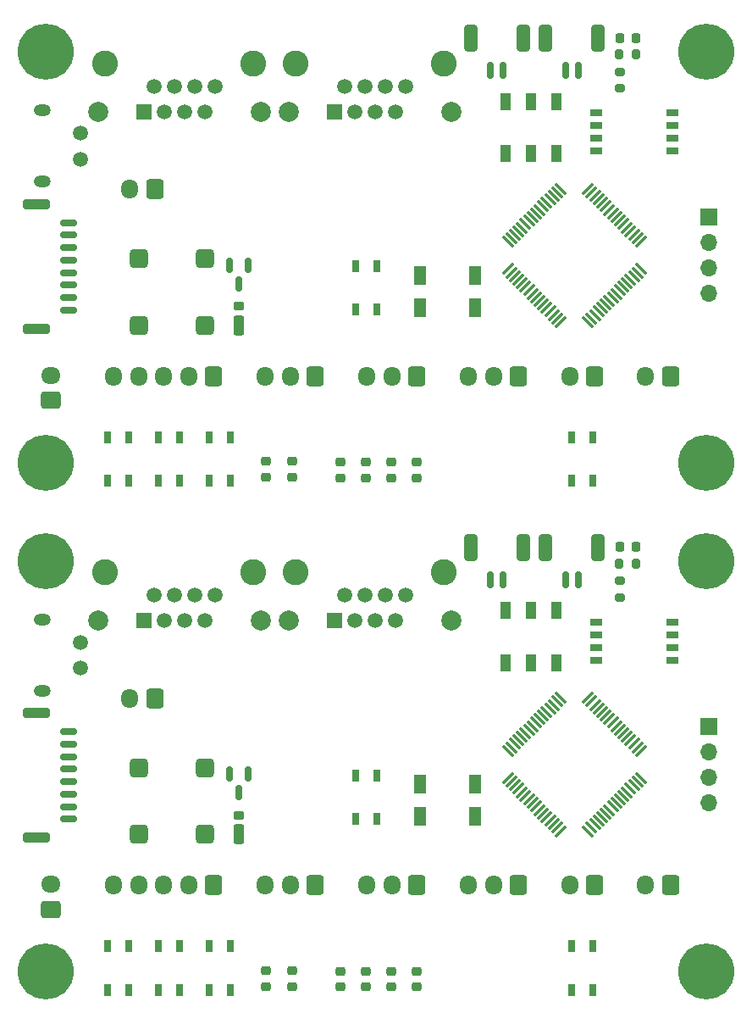
<source format=gbr>
%TF.GenerationSoftware,KiCad,Pcbnew,7.0.8*%
%TF.CreationDate,2024-02-13T15:10:35+09:00*%
%TF.ProjectId,446_CAN_Robomaster_newpanelize,3434365f-4341-44e5-9f52-6f626f6d6173,rev?*%
%TF.SameCoordinates,Original*%
%TF.FileFunction,Soldermask,Top*%
%TF.FilePolarity,Negative*%
%FSLAX46Y46*%
G04 Gerber Fmt 4.6, Leading zero omitted, Abs format (unit mm)*
G04 Created by KiCad (PCBNEW 7.0.8) date 2024-02-13 15:10:35*
%MOMM*%
%LPD*%
G01*
G04 APERTURE LIST*
G04 Aperture macros list*
%AMRoundRect*
0 Rectangle with rounded corners*
0 $1 Rounding radius*
0 $2 $3 $4 $5 $6 $7 $8 $9 X,Y pos of 4 corners*
0 Add a 4 corners polygon primitive as box body*
4,1,4,$2,$3,$4,$5,$6,$7,$8,$9,$2,$3,0*
0 Add four circle primitives for the rounded corners*
1,1,$1+$1,$2,$3*
1,1,$1+$1,$4,$5*
1,1,$1+$1,$6,$7*
1,1,$1+$1,$8,$9*
0 Add four rect primitives between the rounded corners*
20,1,$1+$1,$2,$3,$4,$5,0*
20,1,$1+$1,$4,$5,$6,$7,0*
20,1,$1+$1,$6,$7,$8,$9,0*
20,1,$1+$1,$8,$9,$2,$3,0*%
G04 Aperture macros list end*
%ADD10C,1.500000*%
%ADD11O,1.700000X1.200000*%
%ADD12R,0.650000X1.244000*%
%ADD13RoundRect,0.218750X0.256250X-0.218750X0.256250X0.218750X-0.256250X0.218750X-0.256250X-0.218750X0*%
%ADD14RoundRect,0.250000X0.600000X0.725000X-0.600000X0.725000X-0.600000X-0.725000X0.600000X-0.725000X0*%
%ADD15O,1.700000X1.950000*%
%ADD16RoundRect,0.250000X-0.300000X0.750000X-0.300000X-0.750000X0.300000X-0.750000X0.300000X0.750000X0*%
%ADD17RoundRect,0.200000X-0.350000X0.200000X-0.350000X-0.200000X0.350000X-0.200000X0.350000X0.200000X0*%
%ADD18R,1.700000X1.700000*%
%ADD19O,1.700000X1.700000*%
%ADD20C,5.600000*%
%ADD21RoundRect,0.150000X0.150000X0.700000X-0.150000X0.700000X-0.150000X-0.700000X0.150000X-0.700000X0*%
%ADD22RoundRect,0.331750X0.331750X1.018250X-0.331750X1.018250X-0.331750X-1.018250X0.331750X-1.018250X0*%
%ADD23RoundRect,0.200000X-0.275000X0.200000X-0.275000X-0.200000X0.275000X-0.200000X0.275000X0.200000X0*%
%ADD24RoundRect,0.150000X-0.150000X0.587500X-0.150000X-0.587500X0.150000X-0.587500X0.150000X0.587500X0*%
%ADD25RoundRect,0.200000X-0.200000X-0.275000X0.200000X-0.275000X0.200000X0.275000X-0.200000X0.275000X0*%
%ADD26RoundRect,0.250000X0.725000X-0.600000X0.725000X0.600000X-0.725000X0.600000X-0.725000X-0.600000X0*%
%ADD27O,1.950000X1.700000*%
%ADD28RoundRect,0.150000X-0.700000X0.150000X-0.700000X-0.150000X0.700000X-0.150000X0.700000X0.150000X0*%
%ADD29RoundRect,0.250000X-1.100000X0.250000X-1.100000X-0.250000X1.100000X-0.250000X1.100000X0.250000X0*%
%ADD30C,2.000000*%
%ADD31C,2.600000*%
%ADD32R,1.500000X1.500000*%
%ADD33RoundRect,0.475000X0.475000X0.475000X-0.475000X0.475000X-0.475000X-0.475000X0.475000X-0.475000X0*%
%ADD34R,1.008000X1.651000*%
%ADD35R,1.270000X0.760000*%
%ADD36R,1.300000X1.900000*%
%ADD37RoundRect,0.075000X-0.441942X-0.548008X0.548008X0.441942X0.441942X0.548008X-0.548008X-0.441942X0*%
%ADD38RoundRect,0.075000X0.441942X-0.548008X0.548008X-0.441942X-0.441942X0.548008X-0.548008X0.441942X0*%
%ADD39RoundRect,0.218750X0.218750X0.256250X-0.218750X0.256250X-0.218750X-0.256250X0.218750X-0.256250X0*%
G04 APERTURE END LIST*
D10*
%TO.C,U2*%
X6604000Y-11273000D03*
X6604000Y-13873000D03*
D11*
X2804000Y-9023000D03*
X2804000Y-16123000D03*
%TD*%
D12*
%TO.C,SW2*%
X36254000Y-75416000D03*
X36254000Y-79760000D03*
X34104000Y-75416000D03*
X34104000Y-79760000D03*
%TD*%
D13*
%TO.C,D1*%
X32639000Y-96570000D03*
X32639000Y-94995000D03*
%TD*%
%TO.C,D4*%
X37719000Y-45720000D03*
X37719000Y-44145000D03*
%TD*%
D14*
%TO.C,J16*%
X50419000Y-86410000D03*
D15*
X47919000Y-86410000D03*
X45419000Y-86410000D03*
%TD*%
D12*
%TO.C,SW6*%
X9339000Y-96837000D03*
X9339000Y-92493000D03*
X11489000Y-96837000D03*
X11489000Y-92493000D03*
%TD*%
D16*
%TO.C,D7*%
X22479000Y-30480000D03*
D17*
X22479000Y-28580000D03*
%TD*%
D18*
%TO.C,J15*%
X69469000Y-70535000D03*
D19*
X69469000Y-73075000D03*
X69469000Y-75615000D03*
X69469000Y-78155000D03*
%TD*%
D20*
%TO.C,H1*%
X3175000Y-54025000D03*
%TD*%
D21*
%TO.C,J9*%
X48885000Y-5025000D03*
X47635000Y-5025000D03*
D22*
X50898500Y-1825000D03*
X45621500Y-1825000D03*
%TD*%
D12*
%TO.C,SW5*%
X14419000Y-96837000D03*
X14419000Y-92493000D03*
X16569000Y-96837000D03*
X16569000Y-92493000D03*
%TD*%
D23*
%TO.C,R5*%
X60579000Y-5144000D03*
X60579000Y-6794000D03*
%TD*%
D20*
%TO.C,H1*%
X3175000Y-3175000D03*
%TD*%
D14*
%TO.C,J14*%
X65639000Y-86410000D03*
D15*
X63139000Y-86410000D03*
%TD*%
D21*
%TO.C,J8*%
X56378000Y-55875000D03*
X55128000Y-55875000D03*
D22*
X58391500Y-52675000D03*
X53114500Y-52675000D03*
%TD*%
D24*
%TO.C,Q1*%
X23429000Y-24462500D03*
X21529000Y-24462500D03*
X22479000Y-26337500D03*
%TD*%
D16*
%TO.C,D7*%
X22479000Y-81330000D03*
D17*
X22479000Y-79430000D03*
%TD*%
D24*
%TO.C,Q1*%
X23429000Y-75312500D03*
X21529000Y-75312500D03*
X22479000Y-77187500D03*
%TD*%
D25*
%TO.C,R10*%
X60516000Y-3429000D03*
X62166000Y-3429000D03*
%TD*%
D23*
%TO.C,R5*%
X60579000Y-55994000D03*
X60579000Y-57644000D03*
%TD*%
D26*
%TO.C,J4*%
X3683000Y-88823000D03*
D27*
X3683000Y-86323000D03*
%TD*%
D18*
%TO.C,J15*%
X69469000Y-19685000D03*
D19*
X69469000Y-22225000D03*
X69469000Y-24765000D03*
X69469000Y-27305000D03*
%TD*%
D13*
%TO.C,D1*%
X32639000Y-45720000D03*
X32639000Y-44145000D03*
%TD*%
%TO.C,D6*%
X40259000Y-96570000D03*
X40259000Y-94995000D03*
%TD*%
D14*
%TO.C,J16*%
X50419000Y-35560000D03*
D15*
X47919000Y-35560000D03*
X45419000Y-35560000D03*
%TD*%
D13*
%TO.C,D9*%
X25146000Y-45657000D03*
X25146000Y-44082000D03*
%TD*%
D28*
%TO.C,J2*%
X5461000Y-20213000D03*
X5461000Y-21463000D03*
X5461000Y-22713000D03*
X5461000Y-23963000D03*
X5461000Y-25213000D03*
X5461000Y-26463000D03*
X5461000Y-27713000D03*
X5461000Y-28963000D03*
D29*
X2261000Y-18363000D03*
X2261000Y-30813000D03*
%TD*%
D20*
%TO.C,H2*%
X3175000Y-95025000D03*
%TD*%
D12*
%TO.C,SW4*%
X19499000Y-96837000D03*
X19499000Y-92493000D03*
X21649000Y-96837000D03*
X21649000Y-92493000D03*
%TD*%
D30*
%TO.C,J11*%
X43682000Y-59994000D03*
D31*
X42957000Y-55154000D03*
X28157000Y-55154000D03*
D30*
X27432000Y-59994000D03*
D32*
X31987000Y-59994000D03*
D10*
X33007000Y-57454000D03*
X34027000Y-59994000D03*
X35047000Y-57454000D03*
X36067000Y-59994000D03*
X37087000Y-57454000D03*
X38107000Y-59994000D03*
X39127000Y-57454000D03*
%TD*%
D33*
%TO.C,LS1*%
X12461000Y-81330000D03*
X12461000Y-74680000D03*
X19111000Y-81330000D03*
X19111000Y-74680000D03*
%TD*%
D30*
%TO.C,J10*%
X24632000Y-9144000D03*
D31*
X23907000Y-4304000D03*
X9107000Y-4304000D03*
D30*
X8382000Y-9144000D03*
D32*
X12937000Y-9144000D03*
D10*
X13957000Y-6604000D03*
X14977000Y-9144000D03*
X15997000Y-6604000D03*
X17017000Y-9144000D03*
X18037000Y-6604000D03*
X19057000Y-9144000D03*
X20077000Y-6604000D03*
%TD*%
D13*
%TO.C,D2*%
X35179000Y-96570000D03*
X35179000Y-94995000D03*
%TD*%
%TO.C,D4*%
X37719000Y-96570000D03*
X37719000Y-94995000D03*
%TD*%
%TO.C,D9*%
X25146000Y-96507000D03*
X25146000Y-94932000D03*
%TD*%
D12*
%TO.C,SW5*%
X14419000Y-45987000D03*
X14419000Y-41643000D03*
X16569000Y-45987000D03*
X16569000Y-41643000D03*
%TD*%
D34*
%TO.C,SW7*%
X49149000Y-13335000D03*
X49149000Y-8128000D03*
X51689000Y-13335000D03*
X51689000Y-8128000D03*
X54229000Y-13335000D03*
X54229000Y-8128000D03*
%TD*%
D20*
%TO.C,H4*%
X69215000Y-3175000D03*
%TD*%
D35*
%TO.C,SW1*%
X65786000Y-13081000D03*
X65786000Y-11811000D03*
X65786000Y-10541000D03*
X65786000Y-9271000D03*
X58166000Y-9271000D03*
X58166000Y-10541000D03*
X58166000Y-11811000D03*
X58166000Y-13081000D03*
%TD*%
D36*
%TO.C,Y1*%
X46057000Y-76343000D03*
X40557000Y-76343000D03*
X40557000Y-79543000D03*
X46057000Y-79543000D03*
%TD*%
D30*
%TO.C,J10*%
X24632000Y-59994000D03*
D31*
X23907000Y-55154000D03*
X9107000Y-55154000D03*
D30*
X8382000Y-59994000D03*
D32*
X12937000Y-59994000D03*
D10*
X13957000Y-57454000D03*
X14977000Y-59994000D03*
X15997000Y-57454000D03*
X17017000Y-59994000D03*
X18037000Y-57454000D03*
X19057000Y-59994000D03*
X20077000Y-57454000D03*
%TD*%
D21*
%TO.C,J8*%
X56378000Y-5025000D03*
X55128000Y-5025000D03*
D22*
X58391500Y-1825000D03*
X53114500Y-1825000D03*
%TD*%
D20*
%TO.C,H2*%
X3175000Y-44175000D03*
%TD*%
D12*
%TO.C,SW4*%
X19499000Y-45987000D03*
X19499000Y-41643000D03*
X21649000Y-45987000D03*
X21649000Y-41643000D03*
%TD*%
D35*
%TO.C,SW1*%
X65786000Y-63931000D03*
X65786000Y-62661000D03*
X65786000Y-61391000D03*
X65786000Y-60121000D03*
X58166000Y-60121000D03*
X58166000Y-61391000D03*
X58166000Y-62661000D03*
X58166000Y-63931000D03*
%TD*%
D28*
%TO.C,J2*%
X5461000Y-71063000D03*
X5461000Y-72313000D03*
X5461000Y-73563000D03*
X5461000Y-74813000D03*
X5461000Y-76063000D03*
X5461000Y-77313000D03*
X5461000Y-78563000D03*
X5461000Y-79813000D03*
D29*
X2261000Y-69213000D03*
X2261000Y-81663000D03*
%TD*%
D14*
%TO.C,J3*%
X14057000Y-67741000D03*
D15*
X11557000Y-67741000D03*
%TD*%
D26*
%TO.C,J4*%
X3683000Y-37973000D03*
D27*
X3683000Y-35473000D03*
%TD*%
D12*
%TO.C,SW2*%
X36254000Y-24566000D03*
X36254000Y-28910000D03*
X34104000Y-24566000D03*
X34104000Y-28910000D03*
%TD*%
D37*
%TO.C,U1*%
X49342519Y-75706181D03*
X49696072Y-76059734D03*
X50049625Y-76413287D03*
X50403179Y-76766841D03*
X50756732Y-77120394D03*
X51110286Y-77473948D03*
X51463839Y-77827501D03*
X51817392Y-78181054D03*
X52170946Y-78534608D03*
X52524499Y-78888161D03*
X52878052Y-79241714D03*
X53231606Y-79595268D03*
X53585159Y-79948821D03*
X53938713Y-80302375D03*
X54292266Y-80655928D03*
X54645819Y-81009481D03*
D38*
X57368181Y-81009481D03*
X57721734Y-80655928D03*
X58075287Y-80302375D03*
X58428841Y-79948821D03*
X58782394Y-79595268D03*
X59135948Y-79241714D03*
X59489501Y-78888161D03*
X59843054Y-78534608D03*
X60196608Y-78181054D03*
X60550161Y-77827501D03*
X60903714Y-77473948D03*
X61257268Y-77120394D03*
X61610821Y-76766841D03*
X61964375Y-76413287D03*
X62317928Y-76059734D03*
X62671481Y-75706181D03*
D37*
X62671481Y-72983819D03*
X62317928Y-72630266D03*
X61964375Y-72276713D03*
X61610821Y-71923159D03*
X61257268Y-71569606D03*
X60903714Y-71216052D03*
X60550161Y-70862499D03*
X60196608Y-70508946D03*
X59843054Y-70155392D03*
X59489501Y-69801839D03*
X59135948Y-69448286D03*
X58782394Y-69094732D03*
X58428841Y-68741179D03*
X58075287Y-68387625D03*
X57721734Y-68034072D03*
X57368181Y-67680519D03*
D38*
X54645819Y-67680519D03*
X54292266Y-68034072D03*
X53938713Y-68387625D03*
X53585159Y-68741179D03*
X53231606Y-69094732D03*
X52878052Y-69448286D03*
X52524499Y-69801839D03*
X52170946Y-70155392D03*
X51817392Y-70508946D03*
X51463839Y-70862499D03*
X51110286Y-71216052D03*
X50756732Y-71569606D03*
X50403179Y-71923159D03*
X50049625Y-72276713D03*
X49696072Y-72630266D03*
X49342519Y-72983819D03*
%TD*%
D12*
%TO.C,SW6*%
X9339000Y-45987000D03*
X9339000Y-41643000D03*
X11489000Y-45987000D03*
X11489000Y-41643000D03*
%TD*%
D20*
%TO.C,H4*%
X69215000Y-54025000D03*
%TD*%
D14*
%TO.C,J14*%
X65639000Y-35560000D03*
D15*
X63139000Y-35560000D03*
%TD*%
D14*
%TO.C,J17*%
X58039000Y-86410000D03*
D15*
X55539000Y-86410000D03*
%TD*%
D14*
%TO.C,J12*%
X40259000Y-35560000D03*
D15*
X37759000Y-35560000D03*
X35259000Y-35560000D03*
%TD*%
D14*
%TO.C,J12*%
X40259000Y-86410000D03*
D15*
X37759000Y-86410000D03*
X35259000Y-86410000D03*
%TD*%
D37*
%TO.C,U1*%
X49342519Y-24856181D03*
X49696072Y-25209734D03*
X50049625Y-25563287D03*
X50403179Y-25916841D03*
X50756732Y-26270394D03*
X51110286Y-26623948D03*
X51463839Y-26977501D03*
X51817392Y-27331054D03*
X52170946Y-27684608D03*
X52524499Y-28038161D03*
X52878052Y-28391714D03*
X53231606Y-28745268D03*
X53585159Y-29098821D03*
X53938713Y-29452375D03*
X54292266Y-29805928D03*
X54645819Y-30159481D03*
D38*
X57368181Y-30159481D03*
X57721734Y-29805928D03*
X58075287Y-29452375D03*
X58428841Y-29098821D03*
X58782394Y-28745268D03*
X59135948Y-28391714D03*
X59489501Y-28038161D03*
X59843054Y-27684608D03*
X60196608Y-27331054D03*
X60550161Y-26977501D03*
X60903714Y-26623948D03*
X61257268Y-26270394D03*
X61610821Y-25916841D03*
X61964375Y-25563287D03*
X62317928Y-25209734D03*
X62671481Y-24856181D03*
D37*
X62671481Y-22133819D03*
X62317928Y-21780266D03*
X61964375Y-21426713D03*
X61610821Y-21073159D03*
X61257268Y-20719606D03*
X60903714Y-20366052D03*
X60550161Y-20012499D03*
X60196608Y-19658946D03*
X59843054Y-19305392D03*
X59489501Y-18951839D03*
X59135948Y-18598286D03*
X58782394Y-18244732D03*
X58428841Y-17891179D03*
X58075287Y-17537625D03*
X57721734Y-17184072D03*
X57368181Y-16830519D03*
D38*
X54645819Y-16830519D03*
X54292266Y-17184072D03*
X53938713Y-17537625D03*
X53585159Y-17891179D03*
X53231606Y-18244732D03*
X52878052Y-18598286D03*
X52524499Y-18951839D03*
X52170946Y-19305392D03*
X51817392Y-19658946D03*
X51463839Y-20012499D03*
X51110286Y-20366052D03*
X50756732Y-20719606D03*
X50403179Y-21073159D03*
X50049625Y-21426713D03*
X49696072Y-21780266D03*
X49342519Y-22133819D03*
%TD*%
D34*
%TO.C,SW7*%
X49149000Y-64185000D03*
X49149000Y-58978000D03*
X51689000Y-64185000D03*
X51689000Y-58978000D03*
X54229000Y-64185000D03*
X54229000Y-58978000D03*
%TD*%
D12*
%TO.C,SW3*%
X55694000Y-45987000D03*
X55694000Y-41643000D03*
X57844000Y-45987000D03*
X57844000Y-41643000D03*
%TD*%
D14*
%TO.C,J1*%
X19939000Y-35560000D03*
D15*
X17439000Y-35560000D03*
X14939000Y-35560000D03*
X12439000Y-35560000D03*
X9939000Y-35560000D03*
%TD*%
D30*
%TO.C,J11*%
X43682000Y-9144000D03*
D31*
X42957000Y-4304000D03*
X28157000Y-4304000D03*
D30*
X27432000Y-9144000D03*
D32*
X31987000Y-9144000D03*
D10*
X33007000Y-6604000D03*
X34027000Y-9144000D03*
X35047000Y-6604000D03*
X36067000Y-9144000D03*
X37087000Y-6604000D03*
X38107000Y-9144000D03*
X39127000Y-6604000D03*
%TD*%
D14*
%TO.C,J13*%
X30099000Y-35560000D03*
D15*
X27599000Y-35560000D03*
X25099000Y-35560000D03*
%TD*%
D10*
%TO.C,U2*%
X6604000Y-62123000D03*
X6604000Y-64723000D03*
D11*
X2804000Y-59873000D03*
X2804000Y-66973000D03*
%TD*%
D14*
%TO.C,J13*%
X30099000Y-86410000D03*
D15*
X27599000Y-86410000D03*
X25099000Y-86410000D03*
%TD*%
D25*
%TO.C,R10*%
X60516000Y-54279000D03*
X62166000Y-54279000D03*
%TD*%
D13*
%TO.C,D8*%
X27813000Y-96507000D03*
X27813000Y-94932000D03*
%TD*%
D12*
%TO.C,SW3*%
X55694000Y-96837000D03*
X55694000Y-92493000D03*
X57844000Y-96837000D03*
X57844000Y-92493000D03*
%TD*%
D33*
%TO.C,LS1*%
X12461000Y-30480000D03*
X12461000Y-23830000D03*
X19111000Y-30480000D03*
X19111000Y-23830000D03*
%TD*%
D14*
%TO.C,J17*%
X58039000Y-35560000D03*
D15*
X55539000Y-35560000D03*
%TD*%
D13*
%TO.C,D8*%
X27813000Y-45657000D03*
X27813000Y-44082000D03*
%TD*%
D39*
%TO.C,D3*%
X62128500Y-52628000D03*
X60553500Y-52628000D03*
%TD*%
D13*
%TO.C,D2*%
X35179000Y-45720000D03*
X35179000Y-44145000D03*
%TD*%
D20*
%TO.C,H3*%
X69215000Y-95025000D03*
%TD*%
D14*
%TO.C,J3*%
X14057000Y-16891000D03*
D15*
X11557000Y-16891000D03*
%TD*%
D39*
%TO.C,D3*%
X62128500Y-1778000D03*
X60553500Y-1778000D03*
%TD*%
D36*
%TO.C,Y1*%
X46057000Y-25493000D03*
X40557000Y-25493000D03*
X40557000Y-28693000D03*
X46057000Y-28693000D03*
%TD*%
D21*
%TO.C,J9*%
X48885000Y-55875000D03*
X47635000Y-55875000D03*
D22*
X50898500Y-52675000D03*
X45621500Y-52675000D03*
%TD*%
D13*
%TO.C,D6*%
X40259000Y-45720000D03*
X40259000Y-44145000D03*
%TD*%
D20*
%TO.C,H3*%
X69215000Y-44175000D03*
%TD*%
D14*
%TO.C,J1*%
X19939000Y-86410000D03*
D15*
X17439000Y-86410000D03*
X14939000Y-86410000D03*
X12439000Y-86410000D03*
X9939000Y-86410000D03*
%TD*%
M02*

</source>
